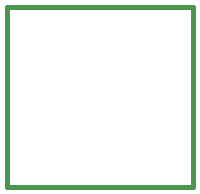
<source format=gbr>
G04 (created by PCBNEW (2013-jul-07)-stable) date Tue 05 Jan 2016 02:20:32 PM PST*
%MOIN*%
G04 Gerber Fmt 3.4, Leading zero omitted, Abs format*
%FSLAX34Y34*%
G01*
G70*
G90*
G04 APERTURE LIST*
%ADD10C,0.00590551*%
%ADD11C,0.015*%
G04 APERTURE END LIST*
G54D10*
G54D11*
X40000Y-46000D02*
X46200Y-46000D01*
X40000Y-40000D02*
X46200Y-40000D01*
X46200Y-40000D02*
X46200Y-46000D01*
X40000Y-40000D02*
X40000Y-46000D01*
M02*

</source>
